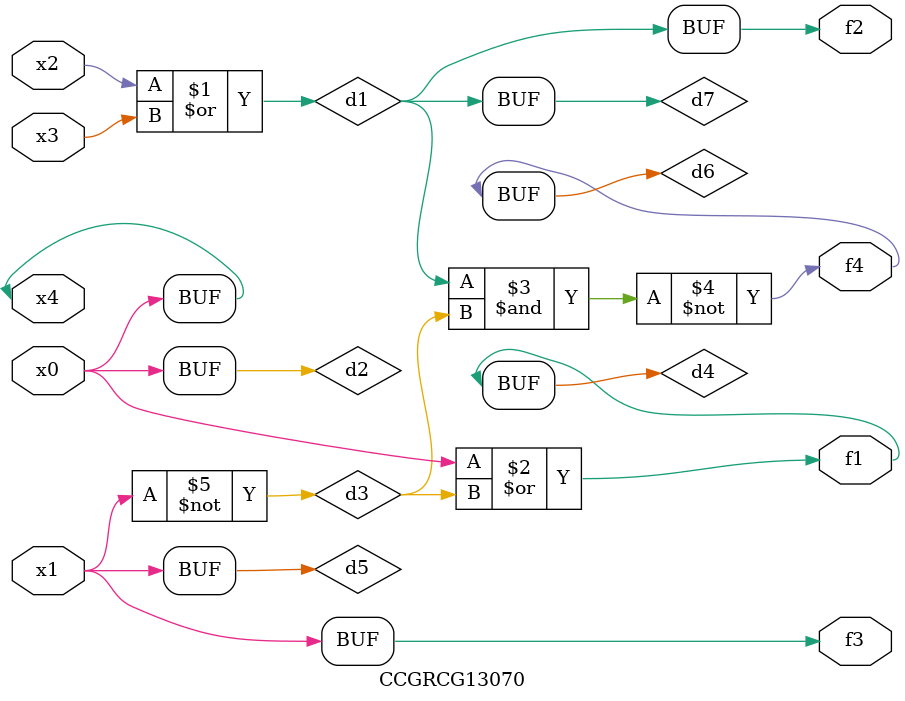
<source format=v>
module CCGRCG13070(
	input x0, x1, x2, x3, x4,
	output f1, f2, f3, f4
);

	wire d1, d2, d3, d4, d5, d6, d7;

	or (d1, x2, x3);
	buf (d2, x0, x4);
	not (d3, x1);
	or (d4, d2, d3);
	not (d5, d3);
	nand (d6, d1, d3);
	or (d7, d1);
	assign f1 = d4;
	assign f2 = d7;
	assign f3 = d5;
	assign f4 = d6;
endmodule

</source>
